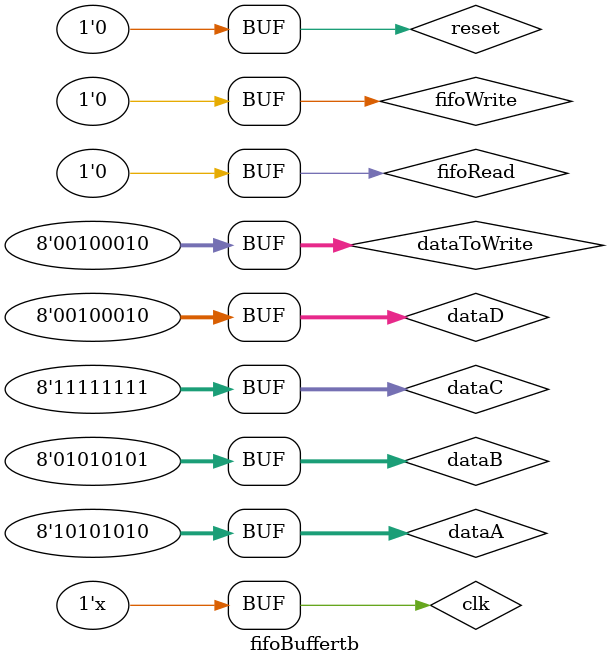
<source format=v>
`timescale 1ns / 1ps

module fifoBuffertb();

    localparam DATA_LEN = 8;
    localparam PTR_LEN = 2;

    reg clk;     
    reg reset;
    reg fifoRead;            
    reg fifoWrite;
    reg [DATA_LEN-1 : 0] dataToWrite;
    wire fifoEmpty;
    wire fifoFull;
    wire [DATA_LEN-1 : 0] dataToRead;

    reg [DATA_LEN-1 : 0] dataA = 8'hAA;
    reg [DATA_LEN-1 : 0] dataB = 8'h55;
    reg [DATA_LEN-1 : 0] dataC = 8'hff;
    reg [DATA_LEN-1 : 0] dataD = 8'h22;

    fifoBuffer #
    (
        .DATA_LEN(DATA_LEN),
        .PTR_LEN(PTR_LEN)
    )fifoBufferUnit
    ( 
        .i_clk(clk),
        .i_reset(reset),
        .i_fifoRead(fifoRead),
        .i_fifoWrite(fifoWrite),
        .i_dataToWrite(dataToWrite),
        .o_fifoEmpty(fifoEmpty),
        .o_fifoFull(fifoFull),
        .o_dataToRead(dataToRead)
    );

    always begin
        #10 clk = ~clk; 
    end

    initial begin
        clk = 0;
        fifoWrite = 0;
        fifoRead = 0;
        reset = 1;
        #20
        reset = 0;

        dataToWrite = dataA;
        fifoWrite = 1;
        #20;
        fifoWrite = 0;
        dataToWrite = dataB;
        fifoWrite = 1;
        #20;
        fifoWrite = 0;
        dataToWrite = dataC;
        fifoWrite = 1;
        #20;
        fifoWrite = 0;
        dataToWrite = dataD;
        fifoWrite = 1;
        #20;
        fifoWrite = 0;
        #20;
        fifoRead = 1;
        #20;
        fifoRead = 0;
        #20;
        fifoRead = 1;
        #20;
        fifoRead = 0;
        #20;
        fifoRead = 1;
        #20;
        fifoRead = 0;

    end

endmodule

</source>
